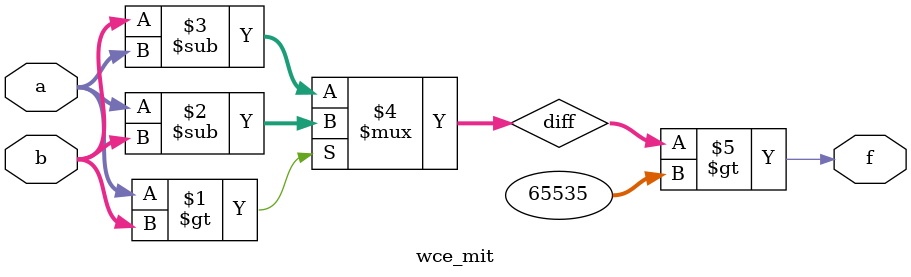
<source format=v>
module wce_mit(a, b, f);
parameter _bit = 64;
parameter wce = 65535;
input [_bit - 1: 0] a;
input [_bit - 1: 0] b;
output f;
wire [_bit - 1: 0] diff;
assign diff = (a > b)? (a - b): (b - a);
assign f = (diff > wce);
endmodule

</source>
